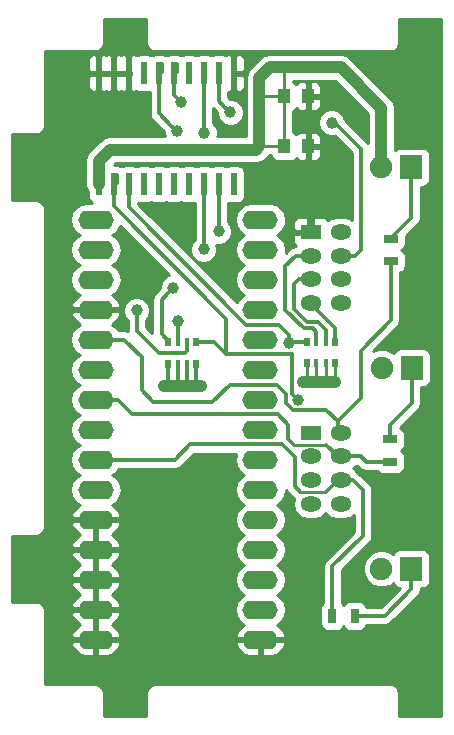
<source format=gbl>
G04 #@! TF.FileFunction,Copper,L2,Bot,Signal*
%FSLAX46Y46*%
G04 Gerber Fmt 4.6, Leading zero omitted, Abs format (unit mm)*
G04 Created by KiCad (PCBNEW (2016-01-25 BZR 6514, Git a23e712)-product) date Tue 24 May 2016 06:15:30 PM CST*
%MOMM*%
G01*
G04 APERTURE LIST*
%ADD10C,0.100000*%
%ADD11O,3.000000X1.600000*%
%ADD12R,0.500000X0.800000*%
%ADD13R,0.400000X0.800000*%
%ADD14R,1.900000X2.000000*%
%ADD15C,1.900000*%
%ADD16R,0.600000X1.950000*%
%ADD17R,1.800000X1.300000*%
%ADD18O,1.800000X1.300000*%
%ADD19R,1.000000X1.250000*%
%ADD20R,1.300000X0.700000*%
%ADD21R,0.700000X1.300000*%
%ADD22C,1.000000*%
%ADD23C,1.000000*%
%ADD24C,0.300000*%
%ADD25C,0.250000*%
%ADD26C,0.254000*%
G04 APERTURE END LIST*
D10*
D11*
X7780000Y42810000D03*
X7780000Y40270000D03*
X7780000Y37730000D03*
X7780000Y35190000D03*
X7780000Y32650000D03*
X7780000Y30110000D03*
X7780000Y27570000D03*
X7780000Y25030000D03*
X7780000Y22490000D03*
X7780000Y19950000D03*
X7780000Y17410000D03*
X7780000Y14870000D03*
X7780000Y12330000D03*
X7780000Y9790000D03*
X7780000Y7250000D03*
X21720000Y7250000D03*
X21720000Y9790000D03*
X21720000Y12330000D03*
X21720000Y14870000D03*
X21720000Y17410000D03*
X21720000Y19950000D03*
X21720000Y22490000D03*
X21720000Y25030000D03*
X21720000Y27570000D03*
X21720000Y30110000D03*
X21720000Y32650000D03*
X21720000Y35190000D03*
X21720000Y37730000D03*
X21720000Y40270000D03*
X21720000Y42810000D03*
D12*
X25650000Y32450000D03*
D13*
X27250000Y32450000D03*
X26450000Y32450000D03*
D12*
X28050000Y32450000D03*
D13*
X26450000Y30650000D03*
D12*
X25650000Y30650000D03*
D13*
X27250000Y30650000D03*
D12*
X28050000Y30650000D03*
D14*
X34500000Y47250000D03*
D15*
X31960000Y47250000D03*
D14*
X34540000Y30250000D03*
D15*
X32000000Y30250000D03*
D14*
X34500000Y13250000D03*
D15*
X31960000Y13250000D03*
D16*
X8035000Y55200000D03*
X9305000Y55200000D03*
X10575000Y55200000D03*
X11845000Y55200000D03*
X13115000Y55200000D03*
X14385000Y55200000D03*
X15655000Y55200000D03*
X16925000Y55200000D03*
X18195000Y55200000D03*
X19465000Y55200000D03*
X19465000Y45800000D03*
X18195000Y45800000D03*
X16925000Y45800000D03*
X15655000Y45800000D03*
X14385000Y45800000D03*
X13115000Y45800000D03*
X11845000Y45800000D03*
X10575000Y45800000D03*
X9305000Y45800000D03*
X8035000Y45800000D03*
D17*
X26000000Y41750000D03*
D18*
X28500000Y41750000D03*
X26000000Y39750000D03*
X28500000Y39750000D03*
X26000000Y37750000D03*
X28500000Y37750000D03*
X26000000Y35750000D03*
X28500000Y35750000D03*
D17*
X26000000Y24750000D03*
D18*
X28500000Y24750000D03*
X26000000Y22750000D03*
X28500000Y22750000D03*
X26000000Y20750000D03*
X28500000Y20750000D03*
X26000000Y18750000D03*
X28500000Y18750000D03*
D19*
X23750000Y49000000D03*
X25750000Y49000000D03*
X23750000Y53250000D03*
X25750000Y53250000D03*
D20*
X32750000Y41200000D03*
X32750000Y39300000D03*
X32700000Y24200000D03*
X32700000Y22300000D03*
D21*
X29700000Y9250000D03*
X27800000Y9250000D03*
D12*
X13900000Y32400000D03*
D13*
X15500000Y32400000D03*
X14700000Y32400000D03*
D12*
X16300000Y32400000D03*
D13*
X14700000Y30600000D03*
D12*
X13900000Y30600000D03*
D13*
X15500000Y30600000D03*
D12*
X16300000Y30600000D03*
D22*
X15100000Y28700000D03*
X26272967Y29013556D03*
X28250000Y53250000D03*
X14666540Y50264044D03*
X16948543Y50154068D03*
X18183740Y41819171D03*
X11250457Y35109840D03*
X14963704Y52760441D03*
X27750000Y51000000D03*
X14700000Y34250000D03*
X19171337Y51878623D03*
X14347712Y37036478D03*
X16912612Y40278409D03*
X24908585Y27567631D03*
X24169695Y32350010D03*
D23*
X31960000Y47250000D02*
X31960000Y52249656D01*
X31960000Y52249656D02*
X28509656Y55700000D01*
X28509656Y55700000D02*
X23770892Y55700000D01*
D24*
X16300000Y30600000D02*
X16300000Y29100000D01*
X16300000Y29100000D02*
X16700000Y28700000D01*
X15500000Y30600000D02*
X15500000Y29100000D01*
X15500000Y29100000D02*
X15100000Y28700000D01*
D23*
X16700000Y28700000D02*
X14658950Y28700000D01*
X14658950Y28700000D02*
X13550000Y28700000D01*
D24*
X14700000Y30600000D02*
X14700000Y28741050D01*
X14700000Y28741050D02*
X14658950Y28700000D01*
X13900000Y30600000D02*
X13900000Y29050000D01*
X13900000Y29050000D02*
X13550000Y28700000D01*
D23*
X15807106Y28700000D02*
X16700000Y28700000D01*
X15100000Y28700000D02*
X15807106Y28700000D01*
X21626424Y49000000D02*
X21360539Y48734115D01*
X21360539Y48734115D02*
X8994115Y48734115D01*
X8994115Y48734115D02*
X8035000Y47775000D01*
X8035000Y47775000D02*
X8035000Y45800000D01*
D25*
X28050000Y30650000D02*
X28050000Y29015615D01*
X28050000Y29015615D02*
X28052059Y29013556D01*
X27250000Y30650000D02*
X27250000Y29261481D01*
X27250000Y29261481D02*
X27002075Y29013556D01*
X26450000Y30650000D02*
X26450000Y29190589D01*
X26450000Y29190589D02*
X26272967Y29013556D01*
X25650000Y30650000D02*
X25650000Y29350000D01*
X25650000Y29350000D02*
X25500000Y29200000D01*
X23750000Y49000000D02*
X23000000Y49000000D01*
X23000000Y49000000D02*
X21626424Y49000000D01*
X23750000Y53250000D02*
X23750000Y52375000D01*
X23750000Y52375000D02*
X23750000Y49000000D01*
D23*
X23770892Y55700000D02*
X22502200Y55700000D01*
D25*
X23750000Y53250000D02*
X23750000Y55679108D01*
X23750000Y55679108D02*
X23770892Y55700000D01*
D23*
X21626424Y54824224D02*
X21626424Y53249875D01*
D25*
X23750000Y53250000D02*
X23000000Y53250000D01*
D23*
X21626424Y53249875D02*
X21626424Y49000000D01*
D25*
X23000000Y53250000D02*
X22999875Y53249875D01*
X22999875Y53249875D02*
X21626424Y53249875D01*
D23*
X22502200Y55700000D02*
X21626424Y54824224D01*
X25283111Y29013556D02*
X25686444Y29013556D01*
D24*
X26000000Y29286523D02*
X26272967Y29013556D01*
X26500000Y29240589D02*
X26272967Y29013556D01*
D23*
X26272967Y29013556D02*
X27002075Y29013556D01*
X25283111Y29013556D02*
X26272967Y29013556D01*
X25282342Y29012787D02*
X25283111Y29013556D01*
D24*
X28313556Y29013556D02*
X28052059Y29013556D01*
D23*
X27522933Y29013556D02*
X28052059Y29013556D01*
X27002075Y29013556D02*
X27522933Y29013556D01*
D24*
X27500000Y29200000D02*
X27522933Y29177067D01*
X27522933Y29177067D02*
X27522933Y29013556D01*
X25500000Y29200000D02*
X25686444Y29013556D01*
D25*
X25750000Y53250000D02*
X28250000Y53250000D01*
X26250000Y41750000D02*
X25750000Y42250000D01*
X25750000Y42250000D02*
X25750000Y49000000D01*
D23*
X26256263Y41756263D02*
X26250000Y41750000D01*
D24*
X34500000Y47250000D02*
X34500000Y42961911D01*
X34500000Y42961911D02*
X32749707Y41211618D01*
X32749707Y41211618D02*
X32749707Y41200293D01*
X32749707Y41200293D02*
X32750000Y41200000D01*
X32700000Y24200000D02*
X32700000Y25400000D01*
X32700000Y25400000D02*
X34540000Y27240000D01*
X34540000Y27240000D02*
X34540000Y30250000D01*
X30200000Y9250000D02*
X29700000Y9250000D01*
X30200000Y9250000D02*
X32250000Y9250000D01*
X32250000Y9250000D02*
X34500000Y11500000D01*
X34500000Y11500000D02*
X34500000Y13250000D01*
X13115000Y51815584D02*
X14166541Y50764043D01*
X13115000Y55200000D02*
X13115000Y51815584D01*
X14166541Y50764043D02*
X14666540Y50264044D01*
X26250000Y39750000D02*
X24690126Y39750000D01*
X24690126Y39750000D02*
X23811337Y38871211D01*
X23811337Y38871211D02*
X23811337Y35188663D01*
X23811337Y35188663D02*
X25400000Y33600000D01*
X25400000Y33600000D02*
X26150000Y33600000D01*
X26150000Y33600000D02*
X26450000Y33300000D01*
X26450000Y33300000D02*
X26450000Y32450000D01*
X13365000Y55275000D02*
X13365000Y55950000D01*
X16925000Y50177611D02*
X16948543Y50154068D01*
X16925000Y55200000D02*
X16925000Y50177611D01*
X26250000Y37750000D02*
X24960951Y37750000D01*
X27250000Y33150000D02*
X27250000Y32450000D01*
X24960951Y37750000D02*
X24556700Y37345749D01*
X24556700Y37345749D02*
X24556700Y35243300D01*
X27250000Y33457120D02*
X27250000Y33150000D01*
X24556700Y35243300D02*
X25699990Y34100010D01*
X25699990Y34100010D02*
X26607110Y34100010D01*
X26607110Y34100010D02*
X27250000Y33457120D01*
X26250000Y35750000D02*
X26250000Y35403417D01*
X26250000Y35403417D02*
X28050000Y33603417D01*
X28050000Y33603417D02*
X28050000Y33050000D01*
X28050000Y33050000D02*
X28050000Y32450000D01*
X18195000Y41830431D02*
X18183740Y41819171D01*
X18195000Y45800000D02*
X18195000Y41830431D01*
X13100000Y31550000D02*
X11250457Y33399543D01*
X11250457Y34402734D02*
X11250457Y35109840D01*
X11250457Y33399543D02*
X11250457Y34402734D01*
X15500000Y32400000D02*
X15500000Y31700000D01*
X15350000Y31550000D02*
X13100000Y31550000D01*
X15500000Y31700000D02*
X15350000Y31550000D01*
X28622624Y39750000D02*
X28250000Y39750000D01*
X14385000Y53339145D02*
X14463705Y53260440D01*
X14463705Y53260440D02*
X14963704Y52760441D01*
X14385000Y55200000D02*
X14385000Y53339145D01*
X27750000Y51000000D02*
X28000000Y51000000D01*
X29750000Y39750000D02*
X28250000Y39750000D01*
X28000000Y51000000D02*
X30250000Y48750000D01*
X30250000Y48750000D02*
X30250000Y40250000D01*
X30250000Y40250000D02*
X29750000Y39750000D01*
X14635000Y55275000D02*
X14635000Y55950000D01*
X14700000Y34250000D02*
X14700000Y32400000D01*
X28820134Y37750000D02*
X28250000Y37750000D01*
X18671338Y52378622D02*
X19171337Y51878623D01*
X18195000Y52854960D02*
X18671338Y52378622D01*
X18195000Y55200000D02*
X18195000Y52854960D01*
X13350000Y36038766D02*
X13847713Y36536479D01*
X13847713Y36536479D02*
X14347712Y37036478D01*
X13350000Y33100000D02*
X13350000Y36038766D01*
X13900000Y32400000D02*
X13900000Y32550000D01*
X13900000Y32550000D02*
X13350000Y33100000D01*
X16925000Y45800000D02*
X16925000Y40290797D01*
X16925000Y40290797D02*
X16912612Y40278409D01*
X9305000Y43918553D02*
X9305000Y44525000D01*
X18828054Y34395499D02*
X9305000Y43918553D01*
X18828054Y31396281D02*
X18828054Y34395499D01*
X9305000Y44525000D02*
X9305000Y45800000D01*
X24908585Y27567631D02*
X24408586Y28067630D01*
X24408586Y28067630D02*
X24408586Y31369673D01*
X24408586Y31369673D02*
X24428210Y31389297D01*
X24428210Y31389297D02*
X18763998Y31389297D01*
X18763998Y31389297D02*
X17753295Y32400000D01*
X17753295Y32400000D02*
X16300000Y32400000D01*
X9555000Y45875000D02*
X9555000Y46550000D01*
X10588539Y45786461D02*
X10575000Y45800000D01*
X10588539Y43831964D02*
X10588539Y45786461D01*
X20502581Y33917922D02*
X10588539Y43831964D01*
X23308889Y33917922D02*
X20502581Y33917922D01*
X24169695Y33057116D02*
X23308889Y33917922D01*
X24169695Y32350010D02*
X24169695Y33057116D01*
X25650000Y32450000D02*
X24269685Y32450000D01*
X24269685Y32450000D02*
X24169695Y32350010D01*
X24219685Y32400000D02*
X24169695Y32350010D01*
X7130000Y32650000D02*
X10200000Y32650000D01*
X10200000Y32650000D02*
X11650000Y31200000D01*
X17650000Y27350000D02*
X19141431Y28841431D01*
X11650000Y31200000D02*
X11650000Y28350000D01*
X11650000Y28350000D02*
X12650000Y27350000D01*
X23908698Y28049729D02*
X23908698Y27309516D01*
X12650000Y27350000D02*
X17650000Y27350000D01*
X19141431Y28841431D02*
X23116996Y28841431D01*
X23116996Y28841431D02*
X23908698Y28049729D01*
X23908698Y27309516D02*
X24500584Y26717630D01*
X24500584Y26717630D02*
X27256448Y26717630D01*
X27256448Y26717630D02*
X28250000Y25724078D01*
X32750000Y39300000D02*
X32750000Y34269099D01*
X32750000Y34269099D02*
X30199998Y31719097D01*
X30199998Y31719097D02*
X30199998Y27674076D01*
X30199998Y27674076D02*
X28250000Y25724078D01*
X28250000Y24750000D02*
X28250000Y25724078D01*
X7130000Y32650000D02*
X9050000Y32650000D01*
X9276162Y32650000D02*
X7130000Y32650000D01*
X7130000Y27570000D02*
X9621417Y27570000D01*
X9621417Y27570000D02*
X10877184Y26314233D01*
X10877184Y26314233D02*
X17464233Y26314233D01*
X17464233Y26314233D02*
X22726771Y26314233D01*
X30200000Y22750000D02*
X30650000Y22300000D01*
X30650000Y22300000D02*
X32700000Y22300000D01*
X28250000Y22750000D02*
X30200000Y22750000D01*
X22727428Y26314233D02*
X23221667Y26314233D01*
X23221667Y26314233D02*
X24093438Y25442462D01*
X24093438Y25442462D02*
X24093438Y24264051D01*
X24093438Y24264051D02*
X24597058Y23760431D01*
D25*
X24612471Y23750156D02*
X27249844Y23750156D01*
D24*
X27249844Y23750156D02*
X27274990Y23725010D01*
X27274990Y23725010D02*
X28250000Y22750000D01*
X7130000Y22490000D02*
X14487479Y22490000D01*
X14487479Y22490000D02*
X15770383Y23772904D01*
X15770383Y23772904D02*
X23565407Y23772904D01*
X23565407Y23772904D02*
X24625878Y22712433D01*
X24625878Y22712433D02*
X24625878Y20213360D01*
X24625878Y20213360D02*
X25087338Y19751900D01*
X30400000Y16050000D02*
X27800000Y13450000D01*
X27800000Y13450000D02*
X27800000Y11980000D01*
X30400000Y19900000D02*
X30400000Y16050000D01*
X29550000Y20750000D02*
X30400000Y19900000D01*
X28250000Y20750000D02*
X29550000Y20750000D01*
D25*
X25087338Y19751900D02*
X27251900Y19751900D01*
D24*
X27251900Y19751900D02*
X27274990Y19774990D01*
X27274990Y19774990D02*
X28250000Y20750000D01*
X27800000Y11980000D02*
X27800000Y9250000D01*
D26*
G36*
X12040000Y57750000D02*
X12094046Y57478295D01*
X12247954Y57247954D01*
X12478295Y57094046D01*
X12750000Y57040000D01*
X32750000Y57040000D01*
X33021705Y57094046D01*
X33252046Y57247954D01*
X33405954Y57478295D01*
X33460000Y57750000D01*
X33460000Y59790000D01*
X37040000Y59790000D01*
X37040000Y777000D01*
X33460000Y777000D01*
X33460000Y2750000D01*
X33405954Y3021705D01*
X33252046Y3252046D01*
X33021705Y3405954D01*
X32750000Y3460000D01*
X12750000Y3460000D01*
X12478295Y3405954D01*
X12247954Y3252046D01*
X12094046Y3021705D01*
X12040000Y2750000D01*
X12040000Y777000D01*
X8460000Y777000D01*
X8460000Y2750000D01*
X8405954Y3021705D01*
X8252046Y3252046D01*
X8021705Y3405954D01*
X7750000Y3460000D01*
X3460000Y3460000D01*
X3460000Y6900961D01*
X5688096Y6900961D01*
X5705633Y6818181D01*
X5975500Y6325104D01*
X6413517Y5972834D01*
X6953000Y5815000D01*
X7653000Y5815000D01*
X7653000Y7123000D01*
X7907000Y7123000D01*
X7907000Y5815000D01*
X8607000Y5815000D01*
X9146483Y5972834D01*
X9584500Y6325104D01*
X9854367Y6818181D01*
X9871904Y6900961D01*
X19628096Y6900961D01*
X19645633Y6818181D01*
X19915500Y6325104D01*
X20353517Y5972834D01*
X20893000Y5815000D01*
X21593000Y5815000D01*
X21593000Y7123000D01*
X21847000Y7123000D01*
X21847000Y5815000D01*
X22547000Y5815000D01*
X23086483Y5972834D01*
X23524500Y6325104D01*
X23794367Y6818181D01*
X23811904Y6900961D01*
X23689915Y7123000D01*
X21847000Y7123000D01*
X21593000Y7123000D01*
X19750085Y7123000D01*
X19628096Y6900961D01*
X9871904Y6900961D01*
X9749915Y7123000D01*
X7907000Y7123000D01*
X7653000Y7123000D01*
X5810085Y7123000D01*
X5688096Y6900961D01*
X3460000Y6900961D01*
X3460000Y9440961D01*
X5688096Y9440961D01*
X5705633Y9358181D01*
X5975500Y8865104D01*
X6404607Y8520000D01*
X5975500Y8174896D01*
X5705633Y7681819D01*
X5688096Y7599039D01*
X5810085Y7377000D01*
X7653000Y7377000D01*
X7653000Y9663000D01*
X7907000Y9663000D01*
X7907000Y7377000D01*
X9749915Y7377000D01*
X9871904Y7599039D01*
X9854367Y7681819D01*
X9584500Y8174896D01*
X9155393Y8520000D01*
X9584500Y8865104D01*
X9854367Y9358181D01*
X9871904Y9440961D01*
X9749915Y9663000D01*
X7907000Y9663000D01*
X7653000Y9663000D01*
X5810085Y9663000D01*
X5688096Y9440961D01*
X3460000Y9440961D01*
X3460000Y9750000D01*
X3405954Y10021705D01*
X3252046Y10252046D01*
X3021705Y10405954D01*
X2750000Y10460000D01*
X710000Y10460000D01*
X710000Y11980961D01*
X5688096Y11980961D01*
X5705633Y11898181D01*
X5975500Y11405104D01*
X6404607Y11060000D01*
X5975500Y10714896D01*
X5705633Y10221819D01*
X5688096Y10139039D01*
X5810085Y9917000D01*
X7653000Y9917000D01*
X7653000Y12203000D01*
X7907000Y12203000D01*
X7907000Y9917000D01*
X9749915Y9917000D01*
X9871904Y10139039D01*
X9854367Y10221819D01*
X9584500Y10714896D01*
X9155393Y11060000D01*
X9584500Y11405104D01*
X9854367Y11898181D01*
X9871904Y11980961D01*
X9749915Y12203000D01*
X7907000Y12203000D01*
X7653000Y12203000D01*
X5810085Y12203000D01*
X5688096Y11980961D01*
X710000Y11980961D01*
X710000Y14520961D01*
X5688096Y14520961D01*
X5705633Y14438181D01*
X5975500Y13945104D01*
X6404607Y13600000D01*
X5975500Y13254896D01*
X5705633Y12761819D01*
X5688096Y12679039D01*
X5810085Y12457000D01*
X7653000Y12457000D01*
X7653000Y14743000D01*
X7907000Y14743000D01*
X7907000Y12457000D01*
X9749915Y12457000D01*
X9871904Y12679039D01*
X9854367Y12761819D01*
X9584500Y13254896D01*
X9155393Y13600000D01*
X9584500Y13945104D01*
X9854367Y14438181D01*
X9871904Y14520961D01*
X9749915Y14743000D01*
X7907000Y14743000D01*
X7653000Y14743000D01*
X5810085Y14743000D01*
X5688096Y14520961D01*
X710000Y14520961D01*
X710000Y16040000D01*
X2750000Y16040000D01*
X3021705Y16094046D01*
X3252046Y16247954D01*
X3405954Y16478295D01*
X3460000Y16750000D01*
X3460000Y17060961D01*
X5688096Y17060961D01*
X5705633Y16978181D01*
X5975500Y16485104D01*
X6404607Y16140000D01*
X5975500Y15794896D01*
X5705633Y15301819D01*
X5688096Y15219039D01*
X5810085Y14997000D01*
X7653000Y14997000D01*
X7653000Y17283000D01*
X7907000Y17283000D01*
X7907000Y14997000D01*
X9749915Y14997000D01*
X9871904Y15219039D01*
X9854367Y15301819D01*
X9584500Y15794896D01*
X9155393Y16140000D01*
X9584500Y16485104D01*
X9854367Y16978181D01*
X9871904Y17060961D01*
X9749915Y17283000D01*
X7907000Y17283000D01*
X7653000Y17283000D01*
X5810085Y17283000D01*
X5688096Y17060961D01*
X3460000Y17060961D01*
X3460000Y42810000D01*
X5603173Y42810000D01*
X5712406Y42260849D01*
X6023475Y41795302D01*
X6405561Y41540000D01*
X6023475Y41284698D01*
X5712406Y40819151D01*
X5603173Y40270000D01*
X5712406Y39720849D01*
X6023475Y39255302D01*
X6405561Y39000000D01*
X6023475Y38744698D01*
X5712406Y38279151D01*
X5603173Y37730000D01*
X5712406Y37180849D01*
X6023475Y36715302D01*
X6405040Y36460348D01*
X5975500Y36114896D01*
X5705633Y35621819D01*
X5688096Y35539039D01*
X5810085Y35317000D01*
X7653000Y35317000D01*
X7653000Y35337000D01*
X7907000Y35337000D01*
X7907000Y35317000D01*
X9749915Y35317000D01*
X9871904Y35539039D01*
X9854367Y35621819D01*
X9584500Y36114896D01*
X9154960Y36460348D01*
X9536525Y36715302D01*
X9847594Y37180849D01*
X9956827Y37730000D01*
X9847594Y38279151D01*
X9536525Y38744698D01*
X9154439Y39000000D01*
X9536525Y39255302D01*
X9847594Y39720849D01*
X9956827Y40270000D01*
X9847594Y40819151D01*
X9536525Y41284698D01*
X9154439Y41540000D01*
X9536525Y41795302D01*
X9847594Y42260849D01*
X9848416Y42264979D01*
X13994705Y38118690D01*
X13705626Y37999245D01*
X13386067Y37680243D01*
X13212909Y37263234D01*
X13212689Y37011613D01*
X12794921Y36593845D01*
X12624755Y36339173D01*
X12606030Y36245037D01*
X12565000Y36038766D01*
X12565000Y33195158D01*
X12035457Y33724701D01*
X12035457Y34289738D01*
X12212102Y34466075D01*
X12385260Y34883084D01*
X12385654Y35334615D01*
X12213224Y35751926D01*
X11894222Y36071485D01*
X11477213Y36244643D01*
X11025682Y36245037D01*
X10608371Y36072607D01*
X10288812Y35753605D01*
X10115654Y35336596D01*
X10115260Y34885065D01*
X10287690Y34467754D01*
X10465457Y34289677D01*
X10465457Y33399543D01*
X10469049Y33381482D01*
X10200000Y33435000D01*
X9690005Y33435000D01*
X9536525Y33664698D01*
X9154960Y33919652D01*
X9584500Y34265104D01*
X9854367Y34758181D01*
X9871904Y34840961D01*
X9749915Y35063000D01*
X7907000Y35063000D01*
X7907000Y35043000D01*
X7653000Y35043000D01*
X7653000Y35063000D01*
X5810085Y35063000D01*
X5688096Y34840961D01*
X5705633Y34758181D01*
X5975500Y34265104D01*
X6405040Y33919652D01*
X6023475Y33664698D01*
X5712406Y33199151D01*
X5603173Y32650000D01*
X5712406Y32100849D01*
X6023475Y31635302D01*
X6405561Y31380000D01*
X6023475Y31124698D01*
X5712406Y30659151D01*
X5603173Y30110000D01*
X5712406Y29560849D01*
X6023475Y29095302D01*
X6405561Y28840000D01*
X6023475Y28584698D01*
X5712406Y28119151D01*
X5603173Y27570000D01*
X5712406Y27020849D01*
X6023475Y26555302D01*
X6405561Y26300000D01*
X6023475Y26044698D01*
X5712406Y25579151D01*
X5603173Y25030000D01*
X5712406Y24480849D01*
X6023475Y24015302D01*
X6405561Y23760000D01*
X6023475Y23504698D01*
X5712406Y23039151D01*
X5603173Y22490000D01*
X5712406Y21940849D01*
X6023475Y21475302D01*
X6405561Y21220000D01*
X6023475Y20964698D01*
X5712406Y20499151D01*
X5603173Y19950000D01*
X5712406Y19400849D01*
X6023475Y18935302D01*
X6405040Y18680348D01*
X5975500Y18334896D01*
X5705633Y17841819D01*
X5688096Y17759039D01*
X5810085Y17537000D01*
X7653000Y17537000D01*
X7653000Y17557000D01*
X7907000Y17557000D01*
X7907000Y17537000D01*
X9749915Y17537000D01*
X9871904Y17759039D01*
X9854367Y17841819D01*
X9584500Y18334896D01*
X9154960Y18680348D01*
X9536525Y18935302D01*
X9847594Y19400849D01*
X9956827Y19950000D01*
X9847594Y20499151D01*
X9536525Y20964698D01*
X9154439Y21220000D01*
X9536525Y21475302D01*
X9690005Y21705000D01*
X14487479Y21705000D01*
X14787886Y21764755D01*
X15042558Y21934921D01*
X16095541Y22987904D01*
X19642212Y22987904D01*
X19543173Y22490000D01*
X19652406Y21940849D01*
X19963475Y21475302D01*
X20345561Y21220000D01*
X19963475Y20964698D01*
X19652406Y20499151D01*
X19543173Y19950000D01*
X19652406Y19400849D01*
X19963475Y18935302D01*
X20345561Y18680000D01*
X19963475Y18424698D01*
X19652406Y17959151D01*
X19543173Y17410000D01*
X19652406Y16860849D01*
X19963475Y16395302D01*
X20345561Y16140000D01*
X19963475Y15884698D01*
X19652406Y15419151D01*
X19543173Y14870000D01*
X19652406Y14320849D01*
X19963475Y13855302D01*
X20345561Y13600000D01*
X19963475Y13344698D01*
X19652406Y12879151D01*
X19543173Y12330000D01*
X19652406Y11780849D01*
X19963475Y11315302D01*
X20345561Y11060000D01*
X19963475Y10804698D01*
X19652406Y10339151D01*
X19543173Y9790000D01*
X19652406Y9240849D01*
X19963475Y8775302D01*
X20345040Y8520348D01*
X19915500Y8174896D01*
X19645633Y7681819D01*
X19628096Y7599039D01*
X19750085Y7377000D01*
X21593000Y7377000D01*
X21593000Y7397000D01*
X21847000Y7397000D01*
X21847000Y7377000D01*
X23689915Y7377000D01*
X23811904Y7599039D01*
X23794367Y7681819D01*
X23524500Y8174896D01*
X23094960Y8520348D01*
X23476525Y8775302D01*
X23787594Y9240849D01*
X23896827Y9790000D01*
X23787594Y10339151D01*
X23476525Y10804698D01*
X23094439Y11060000D01*
X23476525Y11315302D01*
X23787594Y11780849D01*
X23896827Y12330000D01*
X23787594Y12879151D01*
X23476525Y13344698D01*
X23094439Y13600000D01*
X23476525Y13855302D01*
X23787594Y14320849D01*
X23896827Y14870000D01*
X23787594Y15419151D01*
X23476525Y15884698D01*
X23094439Y16140000D01*
X23476525Y16395302D01*
X23787594Y16860849D01*
X23896827Y17410000D01*
X23787594Y17959151D01*
X23476525Y18424698D01*
X23094439Y18680000D01*
X23476525Y18935302D01*
X23787594Y19400849D01*
X23895045Y19941043D01*
X23900633Y19912953D01*
X24070799Y19658281D01*
X24525209Y19203871D01*
X24434928Y18750000D01*
X24532743Y18258252D01*
X24811296Y17841368D01*
X25228180Y17562815D01*
X25719928Y17465000D01*
X26280072Y17465000D01*
X26771820Y17562815D01*
X27188704Y17841368D01*
X27250000Y17933104D01*
X27311296Y17841368D01*
X27728180Y17562815D01*
X28219928Y17465000D01*
X28780072Y17465000D01*
X29271820Y17562815D01*
X29615000Y17792121D01*
X29615000Y16375158D01*
X27244921Y14005079D01*
X27074755Y13750407D01*
X27043412Y13592834D01*
X27015000Y13450000D01*
X27015000Y10374669D01*
X26998559Y10364090D01*
X26853569Y10151890D01*
X26802560Y9900000D01*
X26802560Y8600000D01*
X26846838Y8364683D01*
X26985910Y8148559D01*
X27198110Y8003569D01*
X27450000Y7952560D01*
X28150000Y7952560D01*
X28385317Y7996838D01*
X28601441Y8135910D01*
X28746431Y8348110D01*
X28749081Y8361197D01*
X28885910Y8148559D01*
X29098110Y8003569D01*
X29350000Y7952560D01*
X30050000Y7952560D01*
X30285317Y7996838D01*
X30501441Y8135910D01*
X30646431Y8348110D01*
X30670102Y8465000D01*
X32250000Y8465000D01*
X32550407Y8524755D01*
X32805079Y8694921D01*
X35055076Y10944919D01*
X35055079Y10944921D01*
X35225245Y11199594D01*
X35248261Y11315302D01*
X35285001Y11500000D01*
X35285000Y11500005D01*
X35285000Y11602560D01*
X35450000Y11602560D01*
X35685317Y11646838D01*
X35901441Y11785910D01*
X36046431Y11998110D01*
X36097440Y12250000D01*
X36097440Y14250000D01*
X36053162Y14485317D01*
X35914090Y14701441D01*
X35701890Y14846431D01*
X35450000Y14897440D01*
X33550000Y14897440D01*
X33314683Y14853162D01*
X33098559Y14714090D01*
X32953569Y14501890D01*
X32952945Y14498808D01*
X32859003Y14592914D01*
X32276659Y14834724D01*
X31646107Y14835275D01*
X31063343Y14594481D01*
X30617086Y14149003D01*
X30375276Y13566659D01*
X30374725Y12936107D01*
X30615519Y12353343D01*
X31060997Y11907086D01*
X31643341Y11665276D01*
X32273893Y11664725D01*
X32856657Y11905519D01*
X32954337Y12003029D01*
X33085910Y11798559D01*
X33298110Y11653569D01*
X33502102Y11612260D01*
X31924842Y10035000D01*
X30672038Y10035000D01*
X30653162Y10135317D01*
X30514090Y10351441D01*
X30301890Y10496431D01*
X30050000Y10547440D01*
X29350000Y10547440D01*
X29114683Y10503162D01*
X28898559Y10364090D01*
X28753569Y10151890D01*
X28750919Y10138803D01*
X28614090Y10351441D01*
X28585000Y10371317D01*
X28585000Y13124842D01*
X30955079Y15494921D01*
X31125245Y15749593D01*
X31185000Y16050000D01*
X31185000Y19899995D01*
X31185001Y19900000D01*
X31125245Y20200406D01*
X31086594Y20258252D01*
X30955079Y20455079D01*
X30955076Y20455081D01*
X30105079Y21305079D01*
X29850407Y21475245D01*
X29805236Y21484230D01*
X29688704Y21658632D01*
X29551962Y21750000D01*
X29688704Y21841368D01*
X29771312Y21965000D01*
X29874842Y21965000D01*
X30094921Y21744921D01*
X30349593Y21574755D01*
X30650000Y21515000D01*
X31575331Y21515000D01*
X31585910Y21498559D01*
X31798110Y21353569D01*
X32050000Y21302560D01*
X33350000Y21302560D01*
X33585317Y21346838D01*
X33801441Y21485910D01*
X33946431Y21698110D01*
X33997440Y21950000D01*
X33997440Y22650000D01*
X33953162Y22885317D01*
X33814090Y23101441D01*
X33601890Y23246431D01*
X33588803Y23249081D01*
X33801441Y23385910D01*
X33946431Y23598110D01*
X33997440Y23850000D01*
X33997440Y24550000D01*
X33953162Y24785317D01*
X33814090Y25001441D01*
X33601890Y25146431D01*
X33564218Y25154060D01*
X35095079Y26684921D01*
X35265245Y26939593D01*
X35325000Y27240000D01*
X35325000Y28602560D01*
X35490000Y28602560D01*
X35725317Y28646838D01*
X35941441Y28785910D01*
X36086431Y28998110D01*
X36137440Y29250000D01*
X36137440Y31250000D01*
X36093162Y31485317D01*
X35954090Y31701441D01*
X35741890Y31846431D01*
X35490000Y31897440D01*
X33590000Y31897440D01*
X33354683Y31853162D01*
X33138559Y31714090D01*
X32993569Y31501890D01*
X32992945Y31498808D01*
X32899003Y31592914D01*
X32316659Y31834724D01*
X31686107Y31835275D01*
X31243418Y31652359D01*
X33305079Y33714020D01*
X33429618Y33900407D01*
X33475245Y33968693D01*
X33535000Y34269099D01*
X33535000Y38327962D01*
X33635317Y38346838D01*
X33851441Y38485910D01*
X33996431Y38698110D01*
X34047440Y38950000D01*
X34047440Y39650000D01*
X34003162Y39885317D01*
X33864090Y40101441D01*
X33651890Y40246431D01*
X33638803Y40249081D01*
X33851441Y40385910D01*
X33996431Y40598110D01*
X34047440Y40850000D01*
X34047440Y41399193D01*
X35055079Y42406832D01*
X35225245Y42661504D01*
X35285000Y42961911D01*
X35285000Y45602560D01*
X35450000Y45602560D01*
X35685317Y45646838D01*
X35901441Y45785910D01*
X36046431Y45998110D01*
X36097440Y46250000D01*
X36097440Y48250000D01*
X36053162Y48485317D01*
X35914090Y48701441D01*
X35701890Y48846431D01*
X35450000Y48897440D01*
X33550000Y48897440D01*
X33314683Y48853162D01*
X33098559Y48714090D01*
X33095000Y48708881D01*
X33095000Y52249656D01*
X33008603Y52684002D01*
X32762566Y53052222D01*
X29312222Y56502566D01*
X29126830Y56626441D01*
X28944002Y56748603D01*
X28509656Y56835000D01*
X22502200Y56835000D01*
X22067854Y56748603D01*
X21885026Y56626441D01*
X21699634Y56502566D01*
X20823858Y55626790D01*
X20577821Y55258570D01*
X20491424Y54824224D01*
X20491424Y49869115D01*
X18059180Y49869115D01*
X18083346Y49927312D01*
X18083740Y50378843D01*
X17911310Y50796154D01*
X17710000Y50997816D01*
X17710000Y52229802D01*
X18036358Y51903444D01*
X18036140Y51653848D01*
X18208570Y51236537D01*
X18527572Y50916978D01*
X18944581Y50743820D01*
X19396112Y50743426D01*
X19813423Y50915856D01*
X20132982Y51234858D01*
X20306140Y51651867D01*
X20306534Y52103398D01*
X20134104Y52520709D01*
X19815102Y52840268D01*
X19398093Y53013426D01*
X19146472Y53013646D01*
X18980000Y53180118D01*
X18980000Y53614310D01*
X19038690Y53590000D01*
X19179250Y53590000D01*
X19338000Y53748750D01*
X19338000Y55073000D01*
X19592000Y55073000D01*
X19592000Y53748750D01*
X19750750Y53590000D01*
X19891310Y53590000D01*
X20124699Y53686673D01*
X20303327Y53865302D01*
X20400000Y54098691D01*
X20400000Y54914250D01*
X20241250Y55073000D01*
X19592000Y55073000D01*
X19338000Y55073000D01*
X19318000Y55073000D01*
X19318000Y55327000D01*
X19338000Y55327000D01*
X19338000Y56651250D01*
X19592000Y56651250D01*
X19592000Y55327000D01*
X20241250Y55327000D01*
X20400000Y55485750D01*
X20400000Y56301309D01*
X20303327Y56534698D01*
X20124699Y56713327D01*
X19891310Y56810000D01*
X19750750Y56810000D01*
X19592000Y56651250D01*
X19338000Y56651250D01*
X19179250Y56810000D01*
X19038690Y56810000D01*
X18821878Y56720194D01*
X18746890Y56771431D01*
X18495000Y56822440D01*
X17895000Y56822440D01*
X17659683Y56778162D01*
X17560472Y56714322D01*
X17476890Y56771431D01*
X17225000Y56822440D01*
X16625000Y56822440D01*
X16389683Y56778162D01*
X16290472Y56714322D01*
X16206890Y56771431D01*
X15955000Y56822440D01*
X15355000Y56822440D01*
X15119683Y56778162D01*
X15020472Y56714322D01*
X14936890Y56771431D01*
X14685000Y56822440D01*
X14085000Y56822440D01*
X13849683Y56778162D01*
X13750472Y56714322D01*
X13666890Y56771431D01*
X13415000Y56822440D01*
X12815000Y56822440D01*
X12579683Y56778162D01*
X12480472Y56714322D01*
X12396890Y56771431D01*
X12145000Y56822440D01*
X11545000Y56822440D01*
X11309683Y56778162D01*
X11219020Y56719822D01*
X11001310Y56810000D01*
X10860750Y56810000D01*
X10702000Y56651250D01*
X10702000Y55327000D01*
X10722000Y55327000D01*
X10722000Y55073000D01*
X10702000Y55073000D01*
X10702000Y53748750D01*
X10860750Y53590000D01*
X11001310Y53590000D01*
X11218122Y53679806D01*
X11293110Y53628569D01*
X11545000Y53577560D01*
X12145000Y53577560D01*
X12330000Y53612370D01*
X12330000Y51815584D01*
X12389755Y51515177D01*
X12559921Y51260505D01*
X13531561Y50288865D01*
X13531343Y50039269D01*
X13601649Y49869115D01*
X8994115Y49869115D01*
X8559769Y49782718D01*
X8191548Y49536681D01*
X7232434Y48577566D01*
X6986397Y48209346D01*
X6900000Y47775000D01*
X6900000Y45800000D01*
X6986397Y45365654D01*
X7087560Y45214253D01*
X7087560Y44825000D01*
X7131838Y44589683D01*
X7270910Y44373559D01*
X7459062Y44245000D01*
X7038173Y44245000D01*
X6489022Y44135767D01*
X6023475Y43824698D01*
X5712406Y43359151D01*
X5603173Y42810000D01*
X3460000Y42810000D01*
X3460000Y43750000D01*
X3405954Y44021705D01*
X3252046Y44252046D01*
X3021705Y44405954D01*
X2750000Y44460000D01*
X710000Y44460000D01*
X710000Y50040000D01*
X2750000Y50040000D01*
X3021705Y50094046D01*
X3252046Y50247954D01*
X3405954Y50478295D01*
X3460000Y50750000D01*
X3460000Y54914250D01*
X7100000Y54914250D01*
X7100000Y54098691D01*
X7196673Y53865302D01*
X7375301Y53686673D01*
X7608690Y53590000D01*
X7749250Y53590000D01*
X7908000Y53748750D01*
X7908000Y55073000D01*
X8162000Y55073000D01*
X8162000Y53748750D01*
X8320750Y53590000D01*
X8461310Y53590000D01*
X8670000Y53676442D01*
X8878690Y53590000D01*
X9019250Y53590000D01*
X9178000Y53748750D01*
X9178000Y55073000D01*
X9432000Y55073000D01*
X9432000Y53748750D01*
X9590750Y53590000D01*
X9731310Y53590000D01*
X9940000Y53676442D01*
X10148690Y53590000D01*
X10289250Y53590000D01*
X10448000Y53748750D01*
X10448000Y55073000D01*
X9432000Y55073000D01*
X9178000Y55073000D01*
X8162000Y55073000D01*
X7908000Y55073000D01*
X7258750Y55073000D01*
X7100000Y54914250D01*
X3460000Y54914250D01*
X3460000Y56301309D01*
X7100000Y56301309D01*
X7100000Y55485750D01*
X7258750Y55327000D01*
X7908000Y55327000D01*
X7908000Y56651250D01*
X8162000Y56651250D01*
X8162000Y55327000D01*
X9178000Y55327000D01*
X9178000Y56651250D01*
X9432000Y56651250D01*
X9432000Y55327000D01*
X10448000Y55327000D01*
X10448000Y56651250D01*
X10289250Y56810000D01*
X10148690Y56810000D01*
X9940000Y56723558D01*
X9731310Y56810000D01*
X9590750Y56810000D01*
X9432000Y56651250D01*
X9178000Y56651250D01*
X9019250Y56810000D01*
X8878690Y56810000D01*
X8670000Y56723558D01*
X8461310Y56810000D01*
X8320750Y56810000D01*
X8162000Y56651250D01*
X7908000Y56651250D01*
X7749250Y56810000D01*
X7608690Y56810000D01*
X7375301Y56713327D01*
X7196673Y56534698D01*
X7100000Y56301309D01*
X3460000Y56301309D01*
X3460000Y57040000D01*
X7750000Y57040000D01*
X8021705Y57094046D01*
X8252046Y57247954D01*
X8405954Y57478295D01*
X8460000Y57750000D01*
X8460000Y59790000D01*
X12040000Y59790000D01*
X12040000Y57750000D01*
X12040000Y57750000D01*
G37*
X12040000Y57750000D02*
X12094046Y57478295D01*
X12247954Y57247954D01*
X12478295Y57094046D01*
X12750000Y57040000D01*
X32750000Y57040000D01*
X33021705Y57094046D01*
X33252046Y57247954D01*
X33405954Y57478295D01*
X33460000Y57750000D01*
X33460000Y59790000D01*
X37040000Y59790000D01*
X37040000Y777000D01*
X33460000Y777000D01*
X33460000Y2750000D01*
X33405954Y3021705D01*
X33252046Y3252046D01*
X33021705Y3405954D01*
X32750000Y3460000D01*
X12750000Y3460000D01*
X12478295Y3405954D01*
X12247954Y3252046D01*
X12094046Y3021705D01*
X12040000Y2750000D01*
X12040000Y777000D01*
X8460000Y777000D01*
X8460000Y2750000D01*
X8405954Y3021705D01*
X8252046Y3252046D01*
X8021705Y3405954D01*
X7750000Y3460000D01*
X3460000Y3460000D01*
X3460000Y6900961D01*
X5688096Y6900961D01*
X5705633Y6818181D01*
X5975500Y6325104D01*
X6413517Y5972834D01*
X6953000Y5815000D01*
X7653000Y5815000D01*
X7653000Y7123000D01*
X7907000Y7123000D01*
X7907000Y5815000D01*
X8607000Y5815000D01*
X9146483Y5972834D01*
X9584500Y6325104D01*
X9854367Y6818181D01*
X9871904Y6900961D01*
X19628096Y6900961D01*
X19645633Y6818181D01*
X19915500Y6325104D01*
X20353517Y5972834D01*
X20893000Y5815000D01*
X21593000Y5815000D01*
X21593000Y7123000D01*
X21847000Y7123000D01*
X21847000Y5815000D01*
X22547000Y5815000D01*
X23086483Y5972834D01*
X23524500Y6325104D01*
X23794367Y6818181D01*
X23811904Y6900961D01*
X23689915Y7123000D01*
X21847000Y7123000D01*
X21593000Y7123000D01*
X19750085Y7123000D01*
X19628096Y6900961D01*
X9871904Y6900961D01*
X9749915Y7123000D01*
X7907000Y7123000D01*
X7653000Y7123000D01*
X5810085Y7123000D01*
X5688096Y6900961D01*
X3460000Y6900961D01*
X3460000Y9440961D01*
X5688096Y9440961D01*
X5705633Y9358181D01*
X5975500Y8865104D01*
X6404607Y8520000D01*
X5975500Y8174896D01*
X5705633Y7681819D01*
X5688096Y7599039D01*
X5810085Y7377000D01*
X7653000Y7377000D01*
X7653000Y9663000D01*
X7907000Y9663000D01*
X7907000Y7377000D01*
X9749915Y7377000D01*
X9871904Y7599039D01*
X9854367Y7681819D01*
X9584500Y8174896D01*
X9155393Y8520000D01*
X9584500Y8865104D01*
X9854367Y9358181D01*
X9871904Y9440961D01*
X9749915Y9663000D01*
X7907000Y9663000D01*
X7653000Y9663000D01*
X5810085Y9663000D01*
X5688096Y9440961D01*
X3460000Y9440961D01*
X3460000Y9750000D01*
X3405954Y10021705D01*
X3252046Y10252046D01*
X3021705Y10405954D01*
X2750000Y10460000D01*
X710000Y10460000D01*
X710000Y11980961D01*
X5688096Y11980961D01*
X5705633Y11898181D01*
X5975500Y11405104D01*
X6404607Y11060000D01*
X5975500Y10714896D01*
X5705633Y10221819D01*
X5688096Y10139039D01*
X5810085Y9917000D01*
X7653000Y9917000D01*
X7653000Y12203000D01*
X7907000Y12203000D01*
X7907000Y9917000D01*
X9749915Y9917000D01*
X9871904Y10139039D01*
X9854367Y10221819D01*
X9584500Y10714896D01*
X9155393Y11060000D01*
X9584500Y11405104D01*
X9854367Y11898181D01*
X9871904Y11980961D01*
X9749915Y12203000D01*
X7907000Y12203000D01*
X7653000Y12203000D01*
X5810085Y12203000D01*
X5688096Y11980961D01*
X710000Y11980961D01*
X710000Y14520961D01*
X5688096Y14520961D01*
X5705633Y14438181D01*
X5975500Y13945104D01*
X6404607Y13600000D01*
X5975500Y13254896D01*
X5705633Y12761819D01*
X5688096Y12679039D01*
X5810085Y12457000D01*
X7653000Y12457000D01*
X7653000Y14743000D01*
X7907000Y14743000D01*
X7907000Y12457000D01*
X9749915Y12457000D01*
X9871904Y12679039D01*
X9854367Y12761819D01*
X9584500Y13254896D01*
X9155393Y13600000D01*
X9584500Y13945104D01*
X9854367Y14438181D01*
X9871904Y14520961D01*
X9749915Y14743000D01*
X7907000Y14743000D01*
X7653000Y14743000D01*
X5810085Y14743000D01*
X5688096Y14520961D01*
X710000Y14520961D01*
X710000Y16040000D01*
X2750000Y16040000D01*
X3021705Y16094046D01*
X3252046Y16247954D01*
X3405954Y16478295D01*
X3460000Y16750000D01*
X3460000Y17060961D01*
X5688096Y17060961D01*
X5705633Y16978181D01*
X5975500Y16485104D01*
X6404607Y16140000D01*
X5975500Y15794896D01*
X5705633Y15301819D01*
X5688096Y15219039D01*
X5810085Y14997000D01*
X7653000Y14997000D01*
X7653000Y17283000D01*
X7907000Y17283000D01*
X7907000Y14997000D01*
X9749915Y14997000D01*
X9871904Y15219039D01*
X9854367Y15301819D01*
X9584500Y15794896D01*
X9155393Y16140000D01*
X9584500Y16485104D01*
X9854367Y16978181D01*
X9871904Y17060961D01*
X9749915Y17283000D01*
X7907000Y17283000D01*
X7653000Y17283000D01*
X5810085Y17283000D01*
X5688096Y17060961D01*
X3460000Y17060961D01*
X3460000Y42810000D01*
X5603173Y42810000D01*
X5712406Y42260849D01*
X6023475Y41795302D01*
X6405561Y41540000D01*
X6023475Y41284698D01*
X5712406Y40819151D01*
X5603173Y40270000D01*
X5712406Y39720849D01*
X6023475Y39255302D01*
X6405561Y39000000D01*
X6023475Y38744698D01*
X5712406Y38279151D01*
X5603173Y37730000D01*
X5712406Y37180849D01*
X6023475Y36715302D01*
X6405040Y36460348D01*
X5975500Y36114896D01*
X5705633Y35621819D01*
X5688096Y35539039D01*
X5810085Y35317000D01*
X7653000Y35317000D01*
X7653000Y35337000D01*
X7907000Y35337000D01*
X7907000Y35317000D01*
X9749915Y35317000D01*
X9871904Y35539039D01*
X9854367Y35621819D01*
X9584500Y36114896D01*
X9154960Y36460348D01*
X9536525Y36715302D01*
X9847594Y37180849D01*
X9956827Y37730000D01*
X9847594Y38279151D01*
X9536525Y38744698D01*
X9154439Y39000000D01*
X9536525Y39255302D01*
X9847594Y39720849D01*
X9956827Y40270000D01*
X9847594Y40819151D01*
X9536525Y41284698D01*
X9154439Y41540000D01*
X9536525Y41795302D01*
X9847594Y42260849D01*
X9848416Y42264979D01*
X13994705Y38118690D01*
X13705626Y37999245D01*
X13386067Y37680243D01*
X13212909Y37263234D01*
X13212689Y37011613D01*
X12794921Y36593845D01*
X12624755Y36339173D01*
X12606030Y36245037D01*
X12565000Y36038766D01*
X12565000Y33195158D01*
X12035457Y33724701D01*
X12035457Y34289738D01*
X12212102Y34466075D01*
X12385260Y34883084D01*
X12385654Y35334615D01*
X12213224Y35751926D01*
X11894222Y36071485D01*
X11477213Y36244643D01*
X11025682Y36245037D01*
X10608371Y36072607D01*
X10288812Y35753605D01*
X10115654Y35336596D01*
X10115260Y34885065D01*
X10287690Y34467754D01*
X10465457Y34289677D01*
X10465457Y33399543D01*
X10469049Y33381482D01*
X10200000Y33435000D01*
X9690005Y33435000D01*
X9536525Y33664698D01*
X9154960Y33919652D01*
X9584500Y34265104D01*
X9854367Y34758181D01*
X9871904Y34840961D01*
X9749915Y35063000D01*
X7907000Y35063000D01*
X7907000Y35043000D01*
X7653000Y35043000D01*
X7653000Y35063000D01*
X5810085Y35063000D01*
X5688096Y34840961D01*
X5705633Y34758181D01*
X5975500Y34265104D01*
X6405040Y33919652D01*
X6023475Y33664698D01*
X5712406Y33199151D01*
X5603173Y32650000D01*
X5712406Y32100849D01*
X6023475Y31635302D01*
X6405561Y31380000D01*
X6023475Y31124698D01*
X5712406Y30659151D01*
X5603173Y30110000D01*
X5712406Y29560849D01*
X6023475Y29095302D01*
X6405561Y28840000D01*
X6023475Y28584698D01*
X5712406Y28119151D01*
X5603173Y27570000D01*
X5712406Y27020849D01*
X6023475Y26555302D01*
X6405561Y26300000D01*
X6023475Y26044698D01*
X5712406Y25579151D01*
X5603173Y25030000D01*
X5712406Y24480849D01*
X6023475Y24015302D01*
X6405561Y23760000D01*
X6023475Y23504698D01*
X5712406Y23039151D01*
X5603173Y22490000D01*
X5712406Y21940849D01*
X6023475Y21475302D01*
X6405561Y21220000D01*
X6023475Y20964698D01*
X5712406Y20499151D01*
X5603173Y19950000D01*
X5712406Y19400849D01*
X6023475Y18935302D01*
X6405040Y18680348D01*
X5975500Y18334896D01*
X5705633Y17841819D01*
X5688096Y17759039D01*
X5810085Y17537000D01*
X7653000Y17537000D01*
X7653000Y17557000D01*
X7907000Y17557000D01*
X7907000Y17537000D01*
X9749915Y17537000D01*
X9871904Y17759039D01*
X9854367Y17841819D01*
X9584500Y18334896D01*
X9154960Y18680348D01*
X9536525Y18935302D01*
X9847594Y19400849D01*
X9956827Y19950000D01*
X9847594Y20499151D01*
X9536525Y20964698D01*
X9154439Y21220000D01*
X9536525Y21475302D01*
X9690005Y21705000D01*
X14487479Y21705000D01*
X14787886Y21764755D01*
X15042558Y21934921D01*
X16095541Y22987904D01*
X19642212Y22987904D01*
X19543173Y22490000D01*
X19652406Y21940849D01*
X19963475Y21475302D01*
X20345561Y21220000D01*
X19963475Y20964698D01*
X19652406Y20499151D01*
X19543173Y19950000D01*
X19652406Y19400849D01*
X19963475Y18935302D01*
X20345561Y18680000D01*
X19963475Y18424698D01*
X19652406Y17959151D01*
X19543173Y17410000D01*
X19652406Y16860849D01*
X19963475Y16395302D01*
X20345561Y16140000D01*
X19963475Y15884698D01*
X19652406Y15419151D01*
X19543173Y14870000D01*
X19652406Y14320849D01*
X19963475Y13855302D01*
X20345561Y13600000D01*
X19963475Y13344698D01*
X19652406Y12879151D01*
X19543173Y12330000D01*
X19652406Y11780849D01*
X19963475Y11315302D01*
X20345561Y11060000D01*
X19963475Y10804698D01*
X19652406Y10339151D01*
X19543173Y9790000D01*
X19652406Y9240849D01*
X19963475Y8775302D01*
X20345040Y8520348D01*
X19915500Y8174896D01*
X19645633Y7681819D01*
X19628096Y7599039D01*
X19750085Y7377000D01*
X21593000Y7377000D01*
X21593000Y7397000D01*
X21847000Y7397000D01*
X21847000Y7377000D01*
X23689915Y7377000D01*
X23811904Y7599039D01*
X23794367Y7681819D01*
X23524500Y8174896D01*
X23094960Y8520348D01*
X23476525Y8775302D01*
X23787594Y9240849D01*
X23896827Y9790000D01*
X23787594Y10339151D01*
X23476525Y10804698D01*
X23094439Y11060000D01*
X23476525Y11315302D01*
X23787594Y11780849D01*
X23896827Y12330000D01*
X23787594Y12879151D01*
X23476525Y13344698D01*
X23094439Y13600000D01*
X23476525Y13855302D01*
X23787594Y14320849D01*
X23896827Y14870000D01*
X23787594Y15419151D01*
X23476525Y15884698D01*
X23094439Y16140000D01*
X23476525Y16395302D01*
X23787594Y16860849D01*
X23896827Y17410000D01*
X23787594Y17959151D01*
X23476525Y18424698D01*
X23094439Y18680000D01*
X23476525Y18935302D01*
X23787594Y19400849D01*
X23895045Y19941043D01*
X23900633Y19912953D01*
X24070799Y19658281D01*
X24525209Y19203871D01*
X24434928Y18750000D01*
X24532743Y18258252D01*
X24811296Y17841368D01*
X25228180Y17562815D01*
X25719928Y17465000D01*
X26280072Y17465000D01*
X26771820Y17562815D01*
X27188704Y17841368D01*
X27250000Y17933104D01*
X27311296Y17841368D01*
X27728180Y17562815D01*
X28219928Y17465000D01*
X28780072Y17465000D01*
X29271820Y17562815D01*
X29615000Y17792121D01*
X29615000Y16375158D01*
X27244921Y14005079D01*
X27074755Y13750407D01*
X27043412Y13592834D01*
X27015000Y13450000D01*
X27015000Y10374669D01*
X26998559Y10364090D01*
X26853569Y10151890D01*
X26802560Y9900000D01*
X26802560Y8600000D01*
X26846838Y8364683D01*
X26985910Y8148559D01*
X27198110Y8003569D01*
X27450000Y7952560D01*
X28150000Y7952560D01*
X28385317Y7996838D01*
X28601441Y8135910D01*
X28746431Y8348110D01*
X28749081Y8361197D01*
X28885910Y8148559D01*
X29098110Y8003569D01*
X29350000Y7952560D01*
X30050000Y7952560D01*
X30285317Y7996838D01*
X30501441Y8135910D01*
X30646431Y8348110D01*
X30670102Y8465000D01*
X32250000Y8465000D01*
X32550407Y8524755D01*
X32805079Y8694921D01*
X35055076Y10944919D01*
X35055079Y10944921D01*
X35225245Y11199594D01*
X35248261Y11315302D01*
X35285001Y11500000D01*
X35285000Y11500005D01*
X35285000Y11602560D01*
X35450000Y11602560D01*
X35685317Y11646838D01*
X35901441Y11785910D01*
X36046431Y11998110D01*
X36097440Y12250000D01*
X36097440Y14250000D01*
X36053162Y14485317D01*
X35914090Y14701441D01*
X35701890Y14846431D01*
X35450000Y14897440D01*
X33550000Y14897440D01*
X33314683Y14853162D01*
X33098559Y14714090D01*
X32953569Y14501890D01*
X32952945Y14498808D01*
X32859003Y14592914D01*
X32276659Y14834724D01*
X31646107Y14835275D01*
X31063343Y14594481D01*
X30617086Y14149003D01*
X30375276Y13566659D01*
X30374725Y12936107D01*
X30615519Y12353343D01*
X31060997Y11907086D01*
X31643341Y11665276D01*
X32273893Y11664725D01*
X32856657Y11905519D01*
X32954337Y12003029D01*
X33085910Y11798559D01*
X33298110Y11653569D01*
X33502102Y11612260D01*
X31924842Y10035000D01*
X30672038Y10035000D01*
X30653162Y10135317D01*
X30514090Y10351441D01*
X30301890Y10496431D01*
X30050000Y10547440D01*
X29350000Y10547440D01*
X29114683Y10503162D01*
X28898559Y10364090D01*
X28753569Y10151890D01*
X28750919Y10138803D01*
X28614090Y10351441D01*
X28585000Y10371317D01*
X28585000Y13124842D01*
X30955079Y15494921D01*
X31125245Y15749593D01*
X31185000Y16050000D01*
X31185000Y19899995D01*
X31185001Y19900000D01*
X31125245Y20200406D01*
X31086594Y20258252D01*
X30955079Y20455079D01*
X30955076Y20455081D01*
X30105079Y21305079D01*
X29850407Y21475245D01*
X29805236Y21484230D01*
X29688704Y21658632D01*
X29551962Y21750000D01*
X29688704Y21841368D01*
X29771312Y21965000D01*
X29874842Y21965000D01*
X30094921Y21744921D01*
X30349593Y21574755D01*
X30650000Y21515000D01*
X31575331Y21515000D01*
X31585910Y21498559D01*
X31798110Y21353569D01*
X32050000Y21302560D01*
X33350000Y21302560D01*
X33585317Y21346838D01*
X33801441Y21485910D01*
X33946431Y21698110D01*
X33997440Y21950000D01*
X33997440Y22650000D01*
X33953162Y22885317D01*
X33814090Y23101441D01*
X33601890Y23246431D01*
X33588803Y23249081D01*
X33801441Y23385910D01*
X33946431Y23598110D01*
X33997440Y23850000D01*
X33997440Y24550000D01*
X33953162Y24785317D01*
X33814090Y25001441D01*
X33601890Y25146431D01*
X33564218Y25154060D01*
X35095079Y26684921D01*
X35265245Y26939593D01*
X35325000Y27240000D01*
X35325000Y28602560D01*
X35490000Y28602560D01*
X35725317Y28646838D01*
X35941441Y28785910D01*
X36086431Y28998110D01*
X36137440Y29250000D01*
X36137440Y31250000D01*
X36093162Y31485317D01*
X35954090Y31701441D01*
X35741890Y31846431D01*
X35490000Y31897440D01*
X33590000Y31897440D01*
X33354683Y31853162D01*
X33138559Y31714090D01*
X32993569Y31501890D01*
X32992945Y31498808D01*
X32899003Y31592914D01*
X32316659Y31834724D01*
X31686107Y31835275D01*
X31243418Y31652359D01*
X33305079Y33714020D01*
X33429618Y33900407D01*
X33475245Y33968693D01*
X33535000Y34269099D01*
X33535000Y38327962D01*
X33635317Y38346838D01*
X33851441Y38485910D01*
X33996431Y38698110D01*
X34047440Y38950000D01*
X34047440Y39650000D01*
X34003162Y39885317D01*
X33864090Y40101441D01*
X33651890Y40246431D01*
X33638803Y40249081D01*
X33851441Y40385910D01*
X33996431Y40598110D01*
X34047440Y40850000D01*
X34047440Y41399193D01*
X35055079Y42406832D01*
X35225245Y42661504D01*
X35285000Y42961911D01*
X35285000Y45602560D01*
X35450000Y45602560D01*
X35685317Y45646838D01*
X35901441Y45785910D01*
X36046431Y45998110D01*
X36097440Y46250000D01*
X36097440Y48250000D01*
X36053162Y48485317D01*
X35914090Y48701441D01*
X35701890Y48846431D01*
X35450000Y48897440D01*
X33550000Y48897440D01*
X33314683Y48853162D01*
X33098559Y48714090D01*
X33095000Y48708881D01*
X33095000Y52249656D01*
X33008603Y52684002D01*
X32762566Y53052222D01*
X29312222Y56502566D01*
X29126830Y56626441D01*
X28944002Y56748603D01*
X28509656Y56835000D01*
X22502200Y56835000D01*
X22067854Y56748603D01*
X21885026Y56626441D01*
X21699634Y56502566D01*
X20823858Y55626790D01*
X20577821Y55258570D01*
X20491424Y54824224D01*
X20491424Y49869115D01*
X18059180Y49869115D01*
X18083346Y49927312D01*
X18083740Y50378843D01*
X17911310Y50796154D01*
X17710000Y50997816D01*
X17710000Y52229802D01*
X18036358Y51903444D01*
X18036140Y51653848D01*
X18208570Y51236537D01*
X18527572Y50916978D01*
X18944581Y50743820D01*
X19396112Y50743426D01*
X19813423Y50915856D01*
X20132982Y51234858D01*
X20306140Y51651867D01*
X20306534Y52103398D01*
X20134104Y52520709D01*
X19815102Y52840268D01*
X19398093Y53013426D01*
X19146472Y53013646D01*
X18980000Y53180118D01*
X18980000Y53614310D01*
X19038690Y53590000D01*
X19179250Y53590000D01*
X19338000Y53748750D01*
X19338000Y55073000D01*
X19592000Y55073000D01*
X19592000Y53748750D01*
X19750750Y53590000D01*
X19891310Y53590000D01*
X20124699Y53686673D01*
X20303327Y53865302D01*
X20400000Y54098691D01*
X20400000Y54914250D01*
X20241250Y55073000D01*
X19592000Y55073000D01*
X19338000Y55073000D01*
X19318000Y55073000D01*
X19318000Y55327000D01*
X19338000Y55327000D01*
X19338000Y56651250D01*
X19592000Y56651250D01*
X19592000Y55327000D01*
X20241250Y55327000D01*
X20400000Y55485750D01*
X20400000Y56301309D01*
X20303327Y56534698D01*
X20124699Y56713327D01*
X19891310Y56810000D01*
X19750750Y56810000D01*
X19592000Y56651250D01*
X19338000Y56651250D01*
X19179250Y56810000D01*
X19038690Y56810000D01*
X18821878Y56720194D01*
X18746890Y56771431D01*
X18495000Y56822440D01*
X17895000Y56822440D01*
X17659683Y56778162D01*
X17560472Y56714322D01*
X17476890Y56771431D01*
X17225000Y56822440D01*
X16625000Y56822440D01*
X16389683Y56778162D01*
X16290472Y56714322D01*
X16206890Y56771431D01*
X15955000Y56822440D01*
X15355000Y56822440D01*
X15119683Y56778162D01*
X15020472Y56714322D01*
X14936890Y56771431D01*
X14685000Y56822440D01*
X14085000Y56822440D01*
X13849683Y56778162D01*
X13750472Y56714322D01*
X13666890Y56771431D01*
X13415000Y56822440D01*
X12815000Y56822440D01*
X12579683Y56778162D01*
X12480472Y56714322D01*
X12396890Y56771431D01*
X12145000Y56822440D01*
X11545000Y56822440D01*
X11309683Y56778162D01*
X11219020Y56719822D01*
X11001310Y56810000D01*
X10860750Y56810000D01*
X10702000Y56651250D01*
X10702000Y55327000D01*
X10722000Y55327000D01*
X10722000Y55073000D01*
X10702000Y55073000D01*
X10702000Y53748750D01*
X10860750Y53590000D01*
X11001310Y53590000D01*
X11218122Y53679806D01*
X11293110Y53628569D01*
X11545000Y53577560D01*
X12145000Y53577560D01*
X12330000Y53612370D01*
X12330000Y51815584D01*
X12389755Y51515177D01*
X12559921Y51260505D01*
X13531561Y50288865D01*
X13531343Y50039269D01*
X13601649Y49869115D01*
X8994115Y49869115D01*
X8559769Y49782718D01*
X8191548Y49536681D01*
X7232434Y48577566D01*
X6986397Y48209346D01*
X6900000Y47775000D01*
X6900000Y45800000D01*
X6986397Y45365654D01*
X7087560Y45214253D01*
X7087560Y44825000D01*
X7131838Y44589683D01*
X7270910Y44373559D01*
X7459062Y44245000D01*
X7038173Y44245000D01*
X6489022Y44135767D01*
X6023475Y43824698D01*
X5712406Y43359151D01*
X5603173Y42810000D01*
X3460000Y42810000D01*
X3460000Y43750000D01*
X3405954Y44021705D01*
X3252046Y44252046D01*
X3021705Y44405954D01*
X2750000Y44460000D01*
X710000Y44460000D01*
X710000Y50040000D01*
X2750000Y50040000D01*
X3021705Y50094046D01*
X3252046Y50247954D01*
X3405954Y50478295D01*
X3460000Y50750000D01*
X3460000Y54914250D01*
X7100000Y54914250D01*
X7100000Y54098691D01*
X7196673Y53865302D01*
X7375301Y53686673D01*
X7608690Y53590000D01*
X7749250Y53590000D01*
X7908000Y53748750D01*
X7908000Y55073000D01*
X8162000Y55073000D01*
X8162000Y53748750D01*
X8320750Y53590000D01*
X8461310Y53590000D01*
X8670000Y53676442D01*
X8878690Y53590000D01*
X9019250Y53590000D01*
X9178000Y53748750D01*
X9178000Y55073000D01*
X9432000Y55073000D01*
X9432000Y53748750D01*
X9590750Y53590000D01*
X9731310Y53590000D01*
X9940000Y53676442D01*
X10148690Y53590000D01*
X10289250Y53590000D01*
X10448000Y53748750D01*
X10448000Y55073000D01*
X9432000Y55073000D01*
X9178000Y55073000D01*
X8162000Y55073000D01*
X7908000Y55073000D01*
X7258750Y55073000D01*
X7100000Y54914250D01*
X3460000Y54914250D01*
X3460000Y56301309D01*
X7100000Y56301309D01*
X7100000Y55485750D01*
X7258750Y55327000D01*
X7908000Y55327000D01*
X7908000Y56651250D01*
X8162000Y56651250D01*
X8162000Y55327000D01*
X9178000Y55327000D01*
X9178000Y56651250D01*
X9432000Y56651250D01*
X9432000Y55327000D01*
X10448000Y55327000D01*
X10448000Y56651250D01*
X10289250Y56810000D01*
X10148690Y56810000D01*
X9940000Y56723558D01*
X9731310Y56810000D01*
X9590750Y56810000D01*
X9432000Y56651250D01*
X9178000Y56651250D01*
X9019250Y56810000D01*
X8878690Y56810000D01*
X8670000Y56723558D01*
X8461310Y56810000D01*
X8320750Y56810000D01*
X8162000Y56651250D01*
X7908000Y56651250D01*
X7749250Y56810000D01*
X7608690Y56810000D01*
X7375301Y56713327D01*
X7196673Y56534698D01*
X7100000Y56301309D01*
X3460000Y56301309D01*
X3460000Y57040000D01*
X7750000Y57040000D01*
X8021705Y57094046D01*
X8252046Y57247954D01*
X8405954Y57478295D01*
X8460000Y57750000D01*
X8460000Y59790000D01*
X12040000Y59790000D01*
X12040000Y57750000D01*
G36*
X30825000Y51779524D02*
X30825000Y49275265D01*
X30805079Y49305079D01*
X30805076Y49305081D01*
X28885066Y51225092D01*
X28712767Y51642086D01*
X28393765Y51961645D01*
X27976756Y52134803D01*
X27525225Y52135197D01*
X27107914Y51962767D01*
X26788355Y51643765D01*
X26615197Y51226756D01*
X26614803Y50775225D01*
X26787233Y50357914D01*
X27106235Y50038355D01*
X27523244Y49865197D01*
X27974775Y49864803D01*
X28010343Y49879499D01*
X29465000Y48424843D01*
X29465000Y42808106D01*
X29271820Y42937185D01*
X28780072Y43035000D01*
X28219928Y43035000D01*
X27728180Y42937185D01*
X27443578Y42747020D01*
X27438327Y42759698D01*
X27259699Y42938327D01*
X27026310Y43035000D01*
X26285750Y43035000D01*
X26127000Y42876250D01*
X26127000Y41877000D01*
X26147000Y41877000D01*
X26147000Y41623000D01*
X26127000Y41623000D01*
X26127000Y41603000D01*
X25873000Y41603000D01*
X25873000Y41623000D01*
X24623750Y41623000D01*
X24465000Y41464250D01*
X24465000Y40973691D01*
X24561673Y40740302D01*
X24740301Y40561673D01*
X24745164Y40559659D01*
X24728688Y40535000D01*
X24690126Y40535000D01*
X24389719Y40475245D01*
X24135047Y40305079D01*
X23846386Y40016418D01*
X23896827Y40270000D01*
X23787594Y40819151D01*
X23476525Y41284698D01*
X23094439Y41540000D01*
X23476525Y41795302D01*
X23787594Y42260849D01*
X23840397Y42526309D01*
X24465000Y42526309D01*
X24465000Y42035750D01*
X24623750Y41877000D01*
X25873000Y41877000D01*
X25873000Y42876250D01*
X25714250Y43035000D01*
X24973690Y43035000D01*
X24740301Y42938327D01*
X24561673Y42759698D01*
X24465000Y42526309D01*
X23840397Y42526309D01*
X23896827Y42810000D01*
X23787594Y43359151D01*
X23476525Y43824698D01*
X23010978Y44135767D01*
X22461827Y44245000D01*
X20978173Y44245000D01*
X20429022Y44135767D01*
X19963475Y43824698D01*
X19652406Y43359151D01*
X19543173Y42810000D01*
X19652406Y42260849D01*
X19963475Y41795302D01*
X20345561Y41540000D01*
X19963475Y41284698D01*
X19652406Y40819151D01*
X19543173Y40270000D01*
X19652406Y39720849D01*
X19963475Y39255302D01*
X20345561Y39000000D01*
X19963475Y38744698D01*
X19652406Y38279151D01*
X19543173Y37730000D01*
X19652406Y37180849D01*
X19963475Y36715302D01*
X20345561Y36460000D01*
X19963475Y36204698D01*
X19708123Y35822538D01*
X11373539Y44157122D01*
X11373539Y44212282D01*
X11545000Y44177560D01*
X12145000Y44177560D01*
X12380317Y44221838D01*
X12479528Y44285678D01*
X12563110Y44228569D01*
X12815000Y44177560D01*
X13415000Y44177560D01*
X13650317Y44221838D01*
X13749528Y44285678D01*
X13833110Y44228569D01*
X14085000Y44177560D01*
X14685000Y44177560D01*
X14920317Y44221838D01*
X15019528Y44285678D01*
X15103110Y44228569D01*
X15355000Y44177560D01*
X15955000Y44177560D01*
X16140000Y44212370D01*
X16140000Y41110878D01*
X15950967Y40922174D01*
X15777809Y40505165D01*
X15777415Y40053634D01*
X15949845Y39636323D01*
X16268847Y39316764D01*
X16685856Y39143606D01*
X17137387Y39143212D01*
X17554698Y39315642D01*
X17874257Y39634644D01*
X18047415Y40051653D01*
X18047809Y40503184D01*
X17972951Y40684354D01*
X18408515Y40683974D01*
X18825826Y40856404D01*
X19145385Y41175406D01*
X19318543Y41592415D01*
X19318937Y42043946D01*
X19146507Y42461257D01*
X18980000Y42628055D01*
X18980000Y44215023D01*
X19165000Y44177560D01*
X19765000Y44177560D01*
X20000317Y44221838D01*
X20216441Y44360910D01*
X20361431Y44573110D01*
X20412440Y44825000D01*
X20412440Y46775000D01*
X20368162Y47010317D01*
X20229090Y47226441D01*
X20016890Y47371431D01*
X19765000Y47422440D01*
X19165000Y47422440D01*
X18929683Y47378162D01*
X18830472Y47314322D01*
X18746890Y47371431D01*
X18495000Y47422440D01*
X17895000Y47422440D01*
X17659683Y47378162D01*
X17560472Y47314322D01*
X17476890Y47371431D01*
X17225000Y47422440D01*
X16625000Y47422440D01*
X16389683Y47378162D01*
X16290472Y47314322D01*
X16206890Y47371431D01*
X15955000Y47422440D01*
X15355000Y47422440D01*
X15119683Y47378162D01*
X15020472Y47314322D01*
X14936890Y47371431D01*
X14685000Y47422440D01*
X14085000Y47422440D01*
X13849683Y47378162D01*
X13750472Y47314322D01*
X13666890Y47371431D01*
X13415000Y47422440D01*
X12815000Y47422440D01*
X12579683Y47378162D01*
X12480472Y47314322D01*
X12396890Y47371431D01*
X12145000Y47422440D01*
X11545000Y47422440D01*
X11309683Y47378162D01*
X11210472Y47314322D01*
X11126890Y47371431D01*
X10875000Y47422440D01*
X10275000Y47422440D01*
X10039683Y47378162D01*
X9940472Y47314322D01*
X9856890Y47371431D01*
X9605000Y47422440D01*
X9287572Y47422440D01*
X9464248Y47599115D01*
X21360539Y47599115D01*
X21794885Y47685512D01*
X22163105Y47931549D01*
X22428990Y48197434D01*
X22457432Y48240000D01*
X22627962Y48240000D01*
X22646838Y48139683D01*
X22785910Y47923559D01*
X22998110Y47778569D01*
X23250000Y47727560D01*
X24250000Y47727560D01*
X24485317Y47771838D01*
X24701441Y47910910D01*
X24747969Y47979006D01*
X24890302Y47836673D01*
X25123691Y47740000D01*
X25464250Y47740000D01*
X25623000Y47898750D01*
X25623000Y48873000D01*
X25877000Y48873000D01*
X25877000Y47898750D01*
X26035750Y47740000D01*
X26376309Y47740000D01*
X26609698Y47836673D01*
X26788327Y48015301D01*
X26885000Y48248690D01*
X26885000Y48714250D01*
X26726250Y48873000D01*
X25877000Y48873000D01*
X25623000Y48873000D01*
X25603000Y48873000D01*
X25603000Y49127000D01*
X25623000Y49127000D01*
X25623000Y50101250D01*
X25877000Y50101250D01*
X25877000Y49127000D01*
X26726250Y49127000D01*
X26885000Y49285750D01*
X26885000Y49751310D01*
X26788327Y49984699D01*
X26609698Y50163327D01*
X26376309Y50260000D01*
X26035750Y50260000D01*
X25877000Y50101250D01*
X25623000Y50101250D01*
X25464250Y50260000D01*
X25123691Y50260000D01*
X24890302Y50163327D01*
X24749064Y50022090D01*
X24714090Y50076441D01*
X24510000Y50215890D01*
X24510000Y52037721D01*
X24701441Y52160910D01*
X24747969Y52229006D01*
X24890302Y52086673D01*
X25123691Y51990000D01*
X25464250Y51990000D01*
X25623000Y52148750D01*
X25623000Y53123000D01*
X25877000Y53123000D01*
X25877000Y52148750D01*
X26035750Y51990000D01*
X26376309Y51990000D01*
X26609698Y52086673D01*
X26788327Y52265301D01*
X26885000Y52498690D01*
X26885000Y52964250D01*
X26726250Y53123000D01*
X25877000Y53123000D01*
X25623000Y53123000D01*
X25603000Y53123000D01*
X25603000Y53377000D01*
X25623000Y53377000D01*
X25623000Y54351250D01*
X25877000Y54351250D01*
X25877000Y53377000D01*
X26726250Y53377000D01*
X26885000Y53535750D01*
X26885000Y54001310D01*
X26788327Y54234699D01*
X26609698Y54413327D01*
X26376309Y54510000D01*
X26035750Y54510000D01*
X25877000Y54351250D01*
X25623000Y54351250D01*
X25464250Y54510000D01*
X25123691Y54510000D01*
X24890302Y54413327D01*
X24749064Y54272090D01*
X24714090Y54326441D01*
X24510000Y54465890D01*
X24510000Y54565000D01*
X28039524Y54565000D01*
X30825000Y51779524D01*
X30825000Y51779524D01*
G37*
X30825000Y51779524D02*
X30825000Y49275265D01*
X30805079Y49305079D01*
X30805076Y49305081D01*
X28885066Y51225092D01*
X28712767Y51642086D01*
X28393765Y51961645D01*
X27976756Y52134803D01*
X27525225Y52135197D01*
X27107914Y51962767D01*
X26788355Y51643765D01*
X26615197Y51226756D01*
X26614803Y50775225D01*
X26787233Y50357914D01*
X27106235Y50038355D01*
X27523244Y49865197D01*
X27974775Y49864803D01*
X28010343Y49879499D01*
X29465000Y48424843D01*
X29465000Y42808106D01*
X29271820Y42937185D01*
X28780072Y43035000D01*
X28219928Y43035000D01*
X27728180Y42937185D01*
X27443578Y42747020D01*
X27438327Y42759698D01*
X27259699Y42938327D01*
X27026310Y43035000D01*
X26285750Y43035000D01*
X26127000Y42876250D01*
X26127000Y41877000D01*
X26147000Y41877000D01*
X26147000Y41623000D01*
X26127000Y41623000D01*
X26127000Y41603000D01*
X25873000Y41603000D01*
X25873000Y41623000D01*
X24623750Y41623000D01*
X24465000Y41464250D01*
X24465000Y40973691D01*
X24561673Y40740302D01*
X24740301Y40561673D01*
X24745164Y40559659D01*
X24728688Y40535000D01*
X24690126Y40535000D01*
X24389719Y40475245D01*
X24135047Y40305079D01*
X23846386Y40016418D01*
X23896827Y40270000D01*
X23787594Y40819151D01*
X23476525Y41284698D01*
X23094439Y41540000D01*
X23476525Y41795302D01*
X23787594Y42260849D01*
X23840397Y42526309D01*
X24465000Y42526309D01*
X24465000Y42035750D01*
X24623750Y41877000D01*
X25873000Y41877000D01*
X25873000Y42876250D01*
X25714250Y43035000D01*
X24973690Y43035000D01*
X24740301Y42938327D01*
X24561673Y42759698D01*
X24465000Y42526309D01*
X23840397Y42526309D01*
X23896827Y42810000D01*
X23787594Y43359151D01*
X23476525Y43824698D01*
X23010978Y44135767D01*
X22461827Y44245000D01*
X20978173Y44245000D01*
X20429022Y44135767D01*
X19963475Y43824698D01*
X19652406Y43359151D01*
X19543173Y42810000D01*
X19652406Y42260849D01*
X19963475Y41795302D01*
X20345561Y41540000D01*
X19963475Y41284698D01*
X19652406Y40819151D01*
X19543173Y40270000D01*
X19652406Y39720849D01*
X19963475Y39255302D01*
X20345561Y39000000D01*
X19963475Y38744698D01*
X19652406Y38279151D01*
X19543173Y37730000D01*
X19652406Y37180849D01*
X19963475Y36715302D01*
X20345561Y36460000D01*
X19963475Y36204698D01*
X19708123Y35822538D01*
X11373539Y44157122D01*
X11373539Y44212282D01*
X11545000Y44177560D01*
X12145000Y44177560D01*
X12380317Y44221838D01*
X12479528Y44285678D01*
X12563110Y44228569D01*
X12815000Y44177560D01*
X13415000Y44177560D01*
X13650317Y44221838D01*
X13749528Y44285678D01*
X13833110Y44228569D01*
X14085000Y44177560D01*
X14685000Y44177560D01*
X14920317Y44221838D01*
X15019528Y44285678D01*
X15103110Y44228569D01*
X15355000Y44177560D01*
X15955000Y44177560D01*
X16140000Y44212370D01*
X16140000Y41110878D01*
X15950967Y40922174D01*
X15777809Y40505165D01*
X15777415Y40053634D01*
X15949845Y39636323D01*
X16268847Y39316764D01*
X16685856Y39143606D01*
X17137387Y39143212D01*
X17554698Y39315642D01*
X17874257Y39634644D01*
X18047415Y40051653D01*
X18047809Y40503184D01*
X17972951Y40684354D01*
X18408515Y40683974D01*
X18825826Y40856404D01*
X19145385Y41175406D01*
X19318543Y41592415D01*
X19318937Y42043946D01*
X19146507Y42461257D01*
X18980000Y42628055D01*
X18980000Y44215023D01*
X19165000Y44177560D01*
X19765000Y44177560D01*
X20000317Y44221838D01*
X20216441Y44360910D01*
X20361431Y44573110D01*
X20412440Y44825000D01*
X20412440Y46775000D01*
X20368162Y47010317D01*
X20229090Y47226441D01*
X20016890Y47371431D01*
X19765000Y47422440D01*
X19165000Y47422440D01*
X18929683Y47378162D01*
X18830472Y47314322D01*
X18746890Y47371431D01*
X18495000Y47422440D01*
X17895000Y47422440D01*
X17659683Y47378162D01*
X17560472Y47314322D01*
X17476890Y47371431D01*
X17225000Y47422440D01*
X16625000Y47422440D01*
X16389683Y47378162D01*
X16290472Y47314322D01*
X16206890Y47371431D01*
X15955000Y47422440D01*
X15355000Y47422440D01*
X15119683Y47378162D01*
X15020472Y47314322D01*
X14936890Y47371431D01*
X14685000Y47422440D01*
X14085000Y47422440D01*
X13849683Y47378162D01*
X13750472Y47314322D01*
X13666890Y47371431D01*
X13415000Y47422440D01*
X12815000Y47422440D01*
X12579683Y47378162D01*
X12480472Y47314322D01*
X12396890Y47371431D01*
X12145000Y47422440D01*
X11545000Y47422440D01*
X11309683Y47378162D01*
X11210472Y47314322D01*
X11126890Y47371431D01*
X10875000Y47422440D01*
X10275000Y47422440D01*
X10039683Y47378162D01*
X9940472Y47314322D01*
X9856890Y47371431D01*
X9605000Y47422440D01*
X9287572Y47422440D01*
X9464248Y47599115D01*
X21360539Y47599115D01*
X21794885Y47685512D01*
X22163105Y47931549D01*
X22428990Y48197434D01*
X22457432Y48240000D01*
X22627962Y48240000D01*
X22646838Y48139683D01*
X22785910Y47923559D01*
X22998110Y47778569D01*
X23250000Y47727560D01*
X24250000Y47727560D01*
X24485317Y47771838D01*
X24701441Y47910910D01*
X24747969Y47979006D01*
X24890302Y47836673D01*
X25123691Y47740000D01*
X25464250Y47740000D01*
X25623000Y47898750D01*
X25623000Y48873000D01*
X25877000Y48873000D01*
X25877000Y47898750D01*
X26035750Y47740000D01*
X26376309Y47740000D01*
X26609698Y47836673D01*
X26788327Y48015301D01*
X26885000Y48248690D01*
X26885000Y48714250D01*
X26726250Y48873000D01*
X25877000Y48873000D01*
X25623000Y48873000D01*
X25603000Y48873000D01*
X25603000Y49127000D01*
X25623000Y49127000D01*
X25623000Y50101250D01*
X25877000Y50101250D01*
X25877000Y49127000D01*
X26726250Y49127000D01*
X26885000Y49285750D01*
X26885000Y49751310D01*
X26788327Y49984699D01*
X26609698Y50163327D01*
X26376309Y50260000D01*
X26035750Y50260000D01*
X25877000Y50101250D01*
X25623000Y50101250D01*
X25464250Y50260000D01*
X25123691Y50260000D01*
X24890302Y50163327D01*
X24749064Y50022090D01*
X24714090Y50076441D01*
X24510000Y50215890D01*
X24510000Y52037721D01*
X24701441Y52160910D01*
X24747969Y52229006D01*
X24890302Y52086673D01*
X25123691Y51990000D01*
X25464250Y51990000D01*
X25623000Y52148750D01*
X25623000Y53123000D01*
X25877000Y53123000D01*
X25877000Y52148750D01*
X26035750Y51990000D01*
X26376309Y51990000D01*
X26609698Y52086673D01*
X26788327Y52265301D01*
X26885000Y52498690D01*
X26885000Y52964250D01*
X26726250Y53123000D01*
X25877000Y53123000D01*
X25623000Y53123000D01*
X25603000Y53123000D01*
X25603000Y53377000D01*
X25623000Y53377000D01*
X25623000Y54351250D01*
X25877000Y54351250D01*
X25877000Y53377000D01*
X26726250Y53377000D01*
X26885000Y53535750D01*
X26885000Y54001310D01*
X26788327Y54234699D01*
X26609698Y54413327D01*
X26376309Y54510000D01*
X26035750Y54510000D01*
X25877000Y54351250D01*
X25623000Y54351250D01*
X25464250Y54510000D01*
X25123691Y54510000D01*
X24890302Y54413327D01*
X24749064Y54272090D01*
X24714090Y54326441D01*
X24510000Y54465890D01*
X24510000Y54565000D01*
X28039524Y54565000D01*
X30825000Y51779524D01*
M02*

</source>
